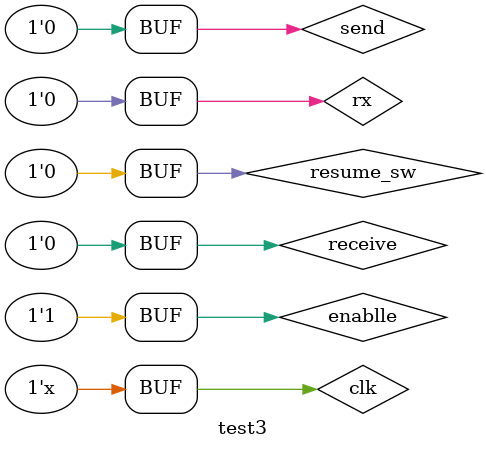
<source format=v>
`timescale 1ns / 1ps


module test3;

	// Inputs
	reg clk;
	reg resume_sw;
	reg enablle;
	reg send;
	reg receive;
	reg rx;

	// Outputs
	wire enable_check;
	wire pause_LED;
	wire fetch_LED;
	wire tx;
	wire tx_LED;
	wire rx_LED;
	wire [15:0] IR_to_CU;

	// Instantiate the Unit Under Test (UUT)
	top_processor uut (
		.clk(clk), 
		.resume_sw(resume_sw), 
		.enablle(enablle), 
		.enable_check(enable_check), 
		.pause_LED(pause_LED), 
		.fetch_LED(fetch_LED), 
		.send(send), 
		.receive(receive), 
		.rx(rx), 
		.tx(tx), 
		.tx_LED(tx_LED), 
		.rx_LED(rx_LED), 
		.IR_to_CU(IR_to_CU)
	);
	
	always
		#5 clk = !clk;

	initial begin
		// Initialize Inputs
		clk = 0;
		resume_sw = 0;
		enablle = 0;
		send = 0;
		receive = 0;
		rx = 0;

		// Wait 100 ns for global reset to finish
		#100;
        
		// Add stimulus here
		
		enablle = 1;

	end
      
endmodule


</source>
